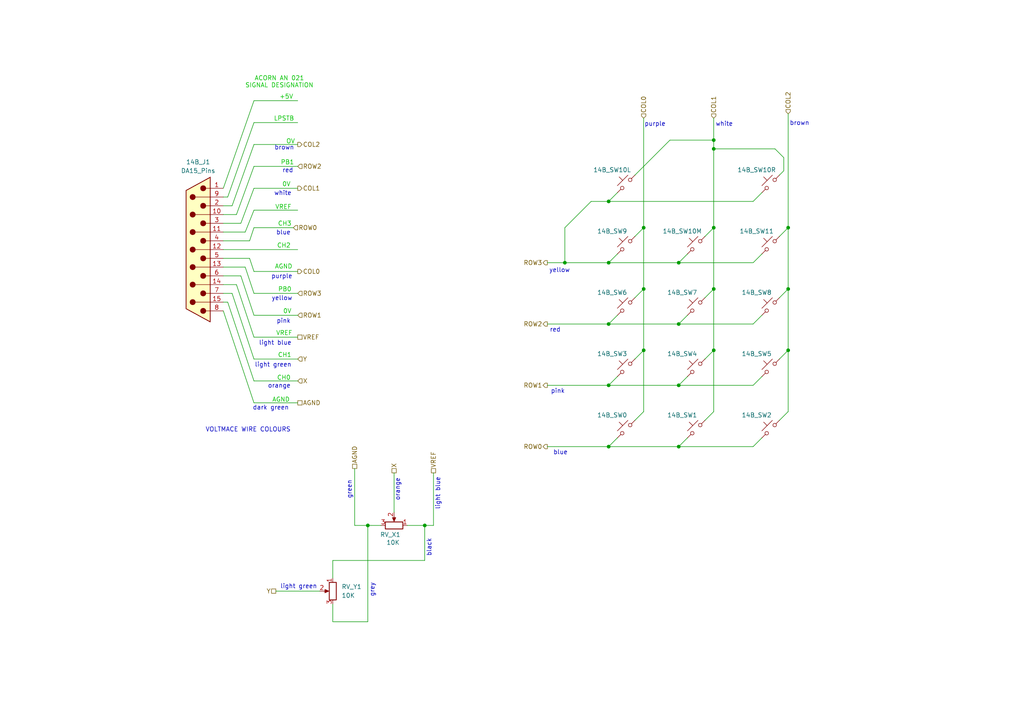
<source format=kicad_sch>
(kicad_sch (version 20250114) (generator "eeschema") (generator_version "9.0")
  (paper "A4")
  (lib_symbols
    (symbol "Connector:DA15_Pins" (pin_names (offset 1.016) (hide yes))
      (property "Reference" "J" (at 0.508 21.59 0))
      (property "Value" "DA15_Pins" (at 0 -22.225 0))
      (symbol "DA15_Pins_0_1"
        (polyline (pts (xy -3.81 17.78) (xy -2.54 17.78)))
        (polyline (pts (xy -3.81 15.24) (xy 0.508 15.24)))
        (polyline (pts (xy -3.81 12.7) (xy -2.54 12.7)))
        (polyline (pts (xy -3.81 10.16) (xy 0.508 10.16)))
        (polyline (pts (xy -3.81 7.62) (xy -2.54 7.62)))
        (polyline (pts (xy -3.81 5.08) (xy 0.508 5.08)))
        (polyline (pts (xy -3.81 2.54) (xy -2.54 2.54)))
        (polyline (pts (xy -3.81 0) (xy 0.508 0)))
        (polyline (pts (xy -3.81 -2.54) (xy -2.54 -2.54)))
        (polyline (pts (xy -3.81 -5.08) (xy 0.508 -5.08)))
        (polyline (pts (xy -3.81 -7.62) (xy -2.54 -7.62)))
        (polyline (pts (xy -3.81 -10.16) (xy 0.508 -10.16)))
        (polyline (pts (xy -3.81 -12.7) (xy -2.54 -12.7)))
        (polyline (pts (xy -3.81 -15.24) (xy 0.508 -15.24)))
        (polyline (pts (xy -3.81 -17.78) (xy -2.54 -17.78)))
        (polyline (pts (xy -3.81 -20.955) (xy 3.175 -17.145) (xy 3.175 17.145) (xy -3.81 20.955) (xy -3.81 -20.955)) (stroke (width 0.254)) (fill (type background)))
        (circle (center -1.778 17.78) (radius 0.762) (fill (type outline)))
        (circle (center -1.778 12.7) (radius 0.762) (fill (type outline)))
        (circle (center -1.778 7.62) (radius 0.762) (fill (type outline)))
        (circle (center -1.778 2.54) (radius 0.762) (fill (type outline)))
        (circle (center -1.778 -2.54) (radius 0.762) (fill (type outline)))
        (circle (center -1.778 -7.62) (radius 0.762) (fill (type outline)))
        (circle (center -1.778 -12.7) (radius 0.762) (fill (type outline)))
        (circle (center -1.778 -17.78) (radius 0.762) (fill (type outline)))
        (circle (center 1.27 15.24) (radius 0.762) (fill (type outline)))
        (circle (center 1.27 10.16) (radius 0.762) (fill (type outline)))
        (circle (center 1.27 5.08) (radius 0.762) (fill (type outline)))
        (circle (center 1.27 0) (radius 0.762) (fill (type outline)))
        (circle (center 1.27 -5.08) (radius 0.762) (fill (type outline)))
        (circle (center 1.27 -10.16) (radius 0.762) (fill (type outline)))
        (circle (center 1.27 -15.24) (radius 0.762) (fill (type outline)))
      )
      (symbol "DA15_Pins_1_1"
        (pin passive line (at -7.62 17.78 0) (length 3.81) (name "8") (number "8"))
        (pin passive line (at -7.62 15.24 0) (length 3.81) (name "P15") (number "15"))
        (pin passive line (at -7.62 12.7 0) (length 3.81) (name "7") (number "7"))
        (pin passive line (at -7.62 10.16 0) (length 3.81) (name "P14") (number "14"))
        (pin passive line (at -7.62 7.62 0) (length 3.81) (name "6") (number "6"))
        (pin passive line (at -7.62 5.08 0) (length 3.81) (name "P13") (number "13"))
        (pin passive line (at -7.62 2.54 0) (length 3.81) (name "5") (number "5"))
        (pin passive line (at -7.62 0 0) (length 3.81) (name "P12") (number "12"))
        (pin passive line (at -7.62 -2.54 0) (length 3.81) (name "4") (number "4"))
        (pin passive line (at -7.62 -5.08 0) (length 3.81) (name "P111") (number "11"))
        (pin passive line (at -7.62 -7.62 0) (length 3.81) (name "3") (number "3"))
        (pin passive line (at -7.62 -10.16 0) (length 3.81) (name "P10") (number "10"))
        (pin passive line (at -7.62 -12.7 0) (length 3.81) (name "2") (number "2"))
        (pin passive line (at -7.62 -15.24 0) (length 3.81) (name "P9") (number "9"))
        (pin passive line (at -7.62 -17.78 0) (length 3.81) (name "1") (number "1"))
      )
    )
    (symbol "Device:R_Potentiometer" (pin_names (offset 1.016) (hide yes))
      (property "Reference" "RV" (at -4.445 0 90))
      (property "Value" "R_Potentiometer" (at -2.54 0 90))
      (symbol "R_Potentiometer_0_1"
        (rectangle (start 1.016 2.54) (end -1.016 -2.54) (stroke (width 0.254)))
        (polyline (pts (xy 1.143 0) (xy 2.286 0.508) (xy 2.286 -0.508) (xy 1.143 0)) (fill (type outline)))
        (polyline (pts (xy 2.54 0) (xy 1.524 0)))
      )
      (symbol "R_Potentiometer_1_1"
        (pin passive line (at 0 3.81 270) (length 1.27) (name "1") (number "1"))
        (pin passive line (at 0 -3.81 90) (length 1.27) (name "3") (number "3"))
        (pin passive line (at 3.81 0 180) (length 1.27) (name "2") (number "2"))
      )
    )
    (symbol "Switch:SW_Push_45deg" (pin_numbers (hide yes)) (pin_names (offset 1.016) (hide yes))
      (property "Reference" "SW" (at 3.048 1.016 0))
      (property "Value" "SW_Push_45deg" (at 0 -3.81 0))
      (symbol "SW_Push_45deg_0_1"
        (polyline (pts (xy -2.54 2.54) (xy -1.524 1.524) (xy -1.524 1.524)))
        (circle (center -1.1684 1.1684) (radius 0.508))
        (polyline (pts (xy -0.508 2.54) (xy 2.54 -0.508)))
        (polyline (pts (xy 1.016 1.016) (xy 2.032 2.032)))
        (circle (center 1.143 -1.1938) (radius 0.508))
        (polyline (pts (xy 1.524 -1.524) (xy 2.54 -2.54) (xy 2.54 -2.54) (xy 2.54 -2.54)))
        (pin passive line (at -2.54 2.54 0) (length 0) (name "1") (number "1"))
        (pin passive line (at 2.54 -2.54 180) (length 0) (name "2") (number "2"))
      )
    )
  )
  (text "white" (at 210.058 36.068 0) (effects (font (size 1.27 1.27))))
  (text "OV" (at 85.598 41.148 0) (effects (font (size 1.27 1.27)) (justify right)))
  (text "0V" (at 84.328 53.594 0) (effects (font (size 1.27 1.27)) (justify right)))
  (text "AGND" (at 84.074 116.078 0) (effects (font (size 1.27 1.27)) (justify right)))
  (text "yellow" (at 162.306 78.486 0) (effects (font (size 1.27 1.27))))
  (text "yellow" (at 84.836 86.614 0) (effects (font (size 1.27 1.27)) (justify right)))
  (text "orange" (at 84.328 112.014 0) (effects (font (size 1.27 1.27)) (justify right)))
  (text "CH3" (at 84.582 65.024 0) (effects (font (size 1.27 1.27)) (justify right)))
  (text "white" (at 84.582 56.134 0) (effects (font (size 1.27 1.27)) (justify right)))
  (text "blue" (at 84.328 67.564 0) (effects (font (size 1.27 1.27)) (justify right)))
  (text "VOLTMACE WIRE COLOURS" (at 84.328 124.714 0) (effects (font (size 1.27 1.27)) (justify right)))
  (text "light blue" (at 84.582 99.568 0) (effects (font (size 1.27 1.27)) (justify right)))
  (text "pink" (at 161.798 113.538 0) (effects (font (size 1.27 1.27))))
  (text "black" (at 124.46 156.21 90) (effects (font (size 1.27 1.27)) (justify right)))
  (text "LPSTB" (at 85.344 34.544 0) (effects (font (size 1.27 1.27)) (justify right)))
  (text "AGND" (at 84.836 77.47 0) (effects (font (size 1.27 1.27)) (justify right)))
  (text "0V" (at 84.582 90.424 0) (effects (font (size 1.27 1.27)) (justify right)))
  (text "VREF" (at 84.582 60.198 0) (effects (font (size 1.27 1.27)) (justify right)))
  (text "ACORN AN 021\nSIGNAL DESIGNATION" (at 81.026 23.876 0) (effects (font (size 1.27 1.27))))
  (text "light blue" (at 127 138.43 90) (effects (font (size 1.27 1.27)) (justify right)))
  (text "red" (at 161.036 95.758 0) (effects (font (size 1.27 1.27))))
  (text "CH0" (at 84.328 109.728 0) (effects (font (size 1.27 1.27)) (justify right)))
  (text "+5V" (at 85.09 28.194 0) (effects (font (size 1.27 1.27)) (justify right)))
  (text "CH1" (at 84.582 103.124 0) (effects (font (size 1.27 1.27)) (justify right)))
  (text "light green" (at 84.582 105.918 0) (effects (font (size 1.27 1.27)) (justify right)))
  (text "PB0" (at 84.582 84.074 0) (effects (font (size 1.27 1.27)) (justify right)))
  (text "green" (at 101.346 144.78 90) (effects (font (size 1.27 1.27)) (justify left)))
  (text "light green" (at 81.28 170.18 0) (effects (font (size 1.27 1.27)) (justify left)))
  (text "purple" (at 189.992 36.068 0) (effects (font (size 1.27 1.27))))
  (text "dark green" (at 83.82 118.364 0) (effects (font (size 1.27 1.27)) (justify right)))
  (text "VREF" (at 84.836 96.774 0) (effects (font (size 1.27 1.27)) (justify right)))
  (text "PB1" (at 85.344 47.244 0) (effects (font (size 1.27 1.27)) (justify right)))
  (text "purple" (at 84.836 80.264 0) (effects (font (size 1.27 1.27)) (justify right)))
  (text "pink" (at 84.328 93.218 0) (effects (font (size 1.27 1.27)) (justify right)))
  (text "CH2" (at 84.328 71.374 0) (effects (font (size 1.27 1.27)) (justify right)))
  (text "brown" (at 231.902 35.814 0) (effects (font (size 1.27 1.27))))
  (text "red" (at 85.09 49.53 0) (effects (font (size 1.27 1.27)) (justify right)))
  (text "orange" (at 115.316 138.684 90) (effects (font (size 1.27 1.27)) (justify right)))
  (text "grey" (at 107.95 173.228 90) (effects (font (size 1.27 1.27)) (justify left)))
  (text "blue" (at 162.56 131.318 0) (effects (font (size 1.27 1.27))))
  (text "brown" (at 85.344 42.926 0) (effects (font (size 1.27 1.27)) (justify right)))
  (junction (at 186.69 83.82))
  (junction (at 176.53 76.2))
  (junction (at 207.01 66.04))
  (junction (at 106.68 152.4))
  (junction (at 207.01 83.82))
  (junction (at 186.69 66.04))
  (junction (at 196.85 93.98))
  (junction (at 228.6 83.82))
  (junction (at 207.01 43.18))
  (junction (at 196.85 76.2))
  (junction (at 176.53 111.76))
  (junction (at 196.85 129.54))
  (junction (at 176.53 93.98))
  (junction (at 123.19 152.4))
  (junction (at 163.83 76.2))
  (junction (at 228.6 101.6))
  (junction (at 196.85 111.76))
  (junction (at 176.53 129.54))
  (junction (at 186.69 101.6))
  (junction (at 176.53 58.42))
  (junction (at 207.01 101.6))
  (junction (at 228.6 66.04))
  (junction (at 207.01 40.64))
  (wire (pts (xy 73.66 48.26) (xy 86.36 48.26)))
  (wire (pts (xy 163.83 76.2) (xy 176.53 76.2)))
  (wire (pts (xy 68.58 82.55) (xy 73.66 97.79)))
  (wire (pts (xy 171.45 58.42) (xy 176.53 58.42)))
  (wire (pts (xy 73.66 85.09) (xy 86.36 85.09)))
  (wire (pts (xy 220.98 109.22) (xy 218.44 111.76)))
  (wire (pts (xy 207.01 40.64) (xy 207.01 43.18)))
  (wire (pts (xy 199.39 73.66) (xy 196.85 76.2)))
  (wire (pts (xy 207.01 83.82) (xy 207.01 101.6)))
  (wire (pts (xy 228.6 33.02) (xy 228.6 66.04)))
  (wire (pts (xy 220.98 127) (xy 218.44 129.54)))
  (wire (pts (xy 196.85 111.76) (xy 218.44 111.76)))
  (wire (pts (xy 73.66 60.96) (xy 86.36 60.96)))
  (wire (pts (xy 96.52 162.56) (xy 123.19 162.56)))
  (wire (pts (xy 179.07 127) (xy 176.53 129.54)))
  (wire (pts (xy 228.6 66.04) (xy 228.6 83.82)))
  (wire (pts (xy 73.66 116.84) (xy 86.36 116.84)))
  (wire (pts (xy 102.87 135.89) (xy 102.87 152.4)))
  (wire (pts (xy 196.85 76.2) (xy 218.44 76.2)))
  (wire (pts (xy 207.01 43.18) (xy 224.79 43.18)))
  (wire (pts (xy 73.66 97.79) (xy 86.36 97.79)))
  (wire (pts (xy 106.68 152.4) (xy 102.87 152.4)))
  (wire (pts (xy 69.85 80.01) (xy 73.66 91.44)))
  (wire (pts (xy 64.77 85.09) (xy 67.31 85.09)))
  (wire (pts (xy 179.07 55.88) (xy 176.53 58.42)))
  (wire (pts (xy 110.49 152.4) (xy 106.68 152.4)))
  (wire (pts (xy 227.33 45.72) (xy 224.79 43.18)))
  (wire (pts (xy 176.53 58.42) (xy 218.44 58.42)))
  (wire (pts (xy 184.15 121.92) (xy 186.69 119.38)))
  (wire (pts (xy 207.01 101.6) (xy 207.01 119.38)))
  (wire (pts (xy 179.07 73.66) (xy 176.53 76.2)))
  (wire (pts (xy 125.73 152.4) (xy 123.19 152.4)))
  (wire (pts (xy 184.15 68.58) (xy 186.69 66.04)))
  (wire (pts (xy 64.77 54.61) (xy 73.66 29.21)))
  (wire (pts (xy 184.15 86.36) (xy 186.69 83.82)))
  (wire (pts (xy 80.01 171.45) (xy 92.71 171.45)))
  (wire (pts (xy 64.77 72.39) (xy 86.36 72.39)))
  (wire (pts (xy 68.58 62.23) (xy 73.66 48.26)))
  (wire (pts (xy 73.66 29.21) (xy 86.36 29.21)))
  (wire (pts (xy 226.06 68.58) (xy 228.6 66.04)))
  (wire (pts (xy 106.68 152.4) (xy 106.68 180.34)))
  (wire (pts (xy 176.53 76.2) (xy 196.85 76.2)))
  (wire (pts (xy 226.06 104.14) (xy 228.6 101.6)))
  (wire (pts (xy 220.98 73.66) (xy 218.44 76.2)))
  (wire (pts (xy 64.77 74.93) (xy 72.39 74.93)))
  (wire (pts (xy 64.77 80.01) (xy 69.85 80.01)))
  (wire (pts (xy 171.45 58.42) (xy 163.83 66.04)))
  (wire (pts (xy 73.66 41.91) (xy 86.36 41.91)))
  (wire (pts (xy 67.31 85.09) (xy 73.66 104.14)))
  (wire (pts (xy 163.83 66.04) (xy 163.83 76.2)))
  (wire (pts (xy 64.77 59.69) (xy 67.31 59.69)))
  (wire (pts (xy 71.12 77.47) (xy 73.66 85.09)))
  (wire (pts (xy 64.77 62.23) (xy 68.58 62.23)))
  (wire (pts (xy 196.85 93.98) (xy 218.44 93.98)))
  (wire (pts (xy 199.39 127) (xy 196.85 129.54)))
  (wire (pts (xy 220.98 55.88) (xy 218.44 58.42)))
  (wire (pts (xy 123.19 152.4) (xy 123.19 162.56)))
  (wire (pts (xy 96.52 175.26) (xy 96.52 180.34)))
  (wire (pts (xy 64.77 87.63) (xy 66.04 87.63)))
  (wire (pts (xy 72.39 69.85) (xy 73.66 66.04)))
  (wire (pts (xy 207.01 66.04) (xy 207.01 83.82)))
  (wire (pts (xy 73.66 104.14) (xy 86.36 104.14)))
  (wire (pts (xy 64.77 67.31) (xy 71.12 67.31)))
  (wire (pts (xy 114.3 137.16) (xy 114.3 148.59)))
  (wire (pts (xy 64.77 90.17) (xy 73.66 116.84)))
  (wire (pts (xy 125.73 137.16) (xy 125.73 152.4)))
  (wire (pts (xy 226.06 121.92) (xy 228.6 119.38)))
  (wire (pts (xy 123.19 152.4) (xy 118.11 152.4)))
  (wire (pts (xy 196.85 129.54) (xy 218.44 129.54)))
  (wire (pts (xy 199.39 91.44) (xy 196.85 93.98)))
  (wire (pts (xy 73.66 66.04) (xy 85.09 66.04)))
  (wire (pts (xy 69.85 64.77) (xy 73.66 54.61)))
  (wire (pts (xy 64.77 69.85) (xy 72.39 69.85)))
  (wire (pts (xy 227.33 45.72) (xy 227.33 49.53)))
  (wire (pts (xy 64.77 77.47) (xy 71.12 77.47)))
  (wire (pts (xy 96.52 162.56) (xy 96.52 167.64)))
  (wire (pts (xy 207.01 43.18) (xy 207.01 66.04)))
  (wire (pts (xy 207.01 34.29) (xy 207.01 40.64)))
  (wire (pts (xy 204.47 121.92) (xy 207.01 119.38)))
  (wire (pts (xy 228.6 101.6) (xy 228.6 119.38)))
  (wire (pts (xy 179.07 91.44) (xy 176.53 93.98)))
  (wire (pts (xy 73.66 54.61) (xy 86.36 54.61)))
  (wire (pts (xy 64.77 64.77) (xy 69.85 64.77)))
  (wire (pts (xy 64.77 82.55) (xy 68.58 82.55)))
  (wire (pts (xy 64.77 57.15) (xy 66.04 57.15)))
  (wire (pts (xy 73.66 91.44) (xy 86.36 91.44)))
  (wire (pts (xy 176.53 111.76) (xy 196.85 111.76)))
  (wire (pts (xy 226.06 86.36) (xy 228.6 83.82)))
  (wire (pts (xy 73.66 78.74) (xy 86.36 78.74)))
  (wire (pts (xy 158.75 76.2) (xy 163.83 76.2)))
  (wire (pts (xy 184.15 104.14) (xy 186.69 101.6)))
  (wire (pts (xy 158.75 111.76) (xy 176.53 111.76)))
  (wire (pts (xy 204.47 104.14) (xy 207.01 101.6)))
  (wire (pts (xy 228.6 83.82) (xy 228.6 101.6)))
  (wire (pts (xy 186.69 83.82) (xy 186.69 101.6)))
  (wire (pts (xy 72.39 74.93) (xy 73.66 78.74)))
  (wire (pts (xy 204.47 68.58) (xy 207.01 66.04)))
  (wire (pts (xy 186.69 66.04) (xy 186.69 83.82)))
  (wire (pts (xy 96.52 180.34) (xy 106.68 180.34)))
  (wire (pts (xy 158.75 93.98) (xy 176.53 93.98)))
  (wire (pts (xy 186.69 101.6) (xy 186.69 119.38)))
  (wire (pts (xy 199.39 109.22) (xy 196.85 111.76)))
  (wire (pts (xy 71.12 67.31) (xy 73.66 60.96)))
  (wire (pts (xy 66.04 87.63) (xy 73.66 110.49)))
  (wire (pts (xy 194.31 40.64) (xy 207.01 40.64)))
  (wire (pts (xy 176.53 129.54) (xy 196.85 129.54)))
  (wire (pts (xy 186.69 34.29) (xy 186.69 66.04)))
  (wire (pts (xy 226.06 50.8) (xy 227.33 49.53)))
  (wire (pts (xy 184.15 50.8) (xy 194.31 40.64)))
  (wire (pts (xy 66.04 57.15) (xy 73.66 35.56)))
  (wire (pts (xy 158.75 129.54) (xy 176.53 129.54)))
  (wire (pts (xy 204.47 86.36) (xy 207.01 83.82)))
  (wire (pts (xy 176.53 93.98) (xy 196.85 93.98)))
  (wire (pts (xy 220.98 91.44) (xy 218.44 93.98)))
  (wire (pts (xy 179.07 109.22) (xy 176.53 111.76)))
  (wire (pts (xy 73.66 110.49) (xy 86.36 110.49)))
  (wire (pts (xy 67.31 59.69) (xy 73.66 41.91)))
  (wire (pts (xy 73.66 35.56) (xy 86.36 35.56)))
  (hierarchical_label "AGND" (shape passive) (at 102.87 135.89 90))
  (hierarchical_label "ROW2" (shape output) (at 158.75 93.98 180))
  (hierarchical_label "ROW3" (shape output) (at 158.75 76.2 180))
  (hierarchical_label "Y" (shape passive) (at 80.01 171.45 180))
  (hierarchical_label "VREF" (shape passive) (at 125.73 137.16 90))
  (hierarchical_label "COL0" (shape output) (at 86.36 78.74 0))
  (hierarchical_label "ROW1" (shape input) (at 86.36 91.44 0))
  (hierarchical_label "X" (shape passive) (at 114.3 137.16 90))
  (hierarchical_label "COL2" (shape input) (at 228.6 33.02 90))
  (hierarchical_label "AGND" (shape passive) (at 86.36 116.84 0))
  (hierarchical_label "ROW3" (shape input) (at 86.36 85.09 0))
  (hierarchical_label "COL0" (shape input) (at 186.69 34.29 90))
  (hierarchical_label "ROW1" (shape output) (at 158.75 111.76 180))
  (hierarchical_label "X" (shape input) (at 86.36 110.49 0))
  (hierarchical_label "Y" (shape input) (at 86.36 104.14 0))
  (hierarchical_label "COL1" (shape input) (at 207.01 34.29 90))
  (hierarchical_label "COL2" (shape output) (at 86.36 41.91 0))
  (hierarchical_label "VREF" (shape passive) (at 86.36 97.79 0))
  (hierarchical_label "COL1" (shape output) (at 86.36 54.61 0))
  (hierarchical_label "ROW0" (shape output) (at 158.75 129.54 180))
  (hierarchical_label "ROW0" (shape input) (at 85.09 66.04 0))
  (hierarchical_label "ROW2" (shape input) (at 86.36 48.26 0))
  (symbol (lib_id "Switch:SW_Push_45deg") (at 223.52 106.68 0) (mirror y) (unit 1)
    (property "Reference" "14B_SW5" (at 219.456 102.616 0))
    (property "Value" "SW_Push_45deg" (effects (hide yes)))
    (property "Description" "Push button switch, normally open, two pins, 45° tilted" (effects (hide yes)))
  )
  (symbol (lib_id "Switch:SW_Push_45deg") (at 181.61 53.34 0) (mirror y) (unit 1)
    (property "Reference" "14B_SW10L" (at 177.546 49.276 0))
    (property "Value" "SW_Push_45deg" (effects (hide yes)))
    (property "Description" "Push button switch, normally open, two pins, 45° tilted" (effects (hide yes)))
  )
  (symbol (lib_id "Switch:SW_Push_45deg") (at 181.61 106.68 0) (mirror y) (unit 1)
    (property "Reference" "14B_SW3" (at 177.546 102.616 0))
    (property "Value" "SW_Push_45deg" (effects (hide yes)))
    (property "Description" "Push button switch, normally open, two pins, 45° tilted" (effects (hide yes)))
  )
  (symbol (lib_id "Switch:SW_Push_45deg") (at 223.52 124.46 0) (mirror y) (unit 1)
    (property "Reference" "14B_SW2" (at 219.456 120.396 0))
    (property "Value" "SW_Push_45deg" (effects (hide yes)))
    (property "Description" "Push button switch, normally open, two pins, 45° tilted" (effects (hide yes)))
  )
  (symbol (lib_id "Switch:SW_Push_45deg") (at 181.61 88.9 0) (mirror y) (unit 1)
    (property "Reference" "14B_SW6" (at 177.546 84.836 0))
    (property "Value" "SW_Push_45deg" (effects (hide yes)))
    (property "Description" "Push button switch, normally open, two pins, 45° tilted" (effects (hide yes)))
  )
  (symbol (lib_id "Switch:SW_Push_45deg") (at 223.52 71.12 0) (mirror y) (unit 1)
    (property "Reference" "14B_SW11" (at 219.456 67.056 0))
    (property "Value" "SW_Push_45deg" (effects (hide yes)))
    (property "Description" "Push button switch, normally open, two pins, 45° tilted" (effects (hide yes)))
  )
  (symbol (lib_id "Switch:SW_Push_45deg") (at 201.93 71.12 0) (mirror y) (unit 1)
    (property "Reference" "14B_SW10M" (at 197.866 67.056 0))
    (property "Value" "SW_Push_45deg" (effects (hide yes)))
    (property "Description" "Push button switch, normally open, two pins, 45° tilted" (effects (hide yes)))
  )
  (symbol (lib_id "Switch:SW_Push_45deg") (at 181.61 71.12 0) (mirror y) (unit 1)
    (property "Reference" "14B_SW9" (at 177.546 67.056 0))
    (property "Value" "SW_Push_45deg" (effects (hide yes)))
    (property "Description" "Push button switch, normally open, two pins, 45° tilted" (effects (hide yes)))
  )
  (symbol (lib_id "Device:R_Potentiometer") (at 96.52 171.45 0) (mirror y) (unit 1)
    (property "Reference" "RV_Y1" (at 99.06 170.1799 0) (effects (justify right)))
    (property "Value" "10K" (at 99.06 172.7199 0) (effects (justify right)))
    (property "Description" "Potentiometer" (effects (hide yes)))
  )
  (symbol (lib_id "Switch:SW_Push_45deg") (at 223.52 53.34 0) (mirror y) (unit 1)
    (property "Reference" "14B_SW10R" (at 219.456 49.276 0))
    (property "Value" "SW_Push_45deg" (effects (hide yes)))
    (property "Description" "Push button switch, normally open, two pins, 45° tilted" (effects (hide yes)))
  )
  (symbol (lib_id "Switch:SW_Push_45deg") (at 181.61 124.46 0) (mirror y) (unit 1)
    (property "Reference" "14B_SW0" (at 177.546 120.396 0))
    (property "Value" "SW_Push_45deg" (effects (hide yes)))
    (property "Description" "Push button switch, normally open, two pins, 45° tilted" (effects (hide yes)))
  )
  (symbol (lib_id "Switch:SW_Push_45deg") (at 201.93 124.46 0) (mirror y) (unit 1)
    (property "Reference" "14B_SW1" (at 197.866 120.396 0))
    (property "Value" "SW_Push_45deg" (effects (hide yes)))
    (property "Description" "Push button switch, normally open, two pins, 45° tilted" (effects (hide yes)))
  )
  (symbol (lib_id "Switch:SW_Push_45deg") (at 201.93 88.9 0) (mirror y) (unit 1)
    (property "Reference" "14B_SW7" (at 197.866 84.836 0))
    (property "Value" "SW_Push_45deg" (effects (hide yes)))
    (property "Description" "Push button switch, normally open, two pins, 45° tilted" (effects (hide yes)))
  )
  (symbol (lib_id "Switch:SW_Push_45deg") (at 223.52 88.9 0) (mirror y) (unit 1)
    (property "Reference" "14B_SW8" (at 219.456 84.836 0))
    (property "Value" "SW_Push_45deg" (effects (hide yes)))
    (property "Description" "Push button switch, normally open, two pins, 45° tilted" (effects (hide yes)))
  )
  (symbol (lib_id "Connector:DA15_Pins") (at 57.15 72.39 180) (unit 1)
    (property "Reference" "14B_J1" (at 57.4675 46.99 0))
    (property "Value" "DA15_Pins" (at 57.4675 49.53 0))
    (property "Description" "15-pin D-SUB connector, pins (male) (low-density/2 columns)" (effects (hide yes)))
  )
  (symbol (lib_id "Device:R_Potentiometer") (at 114.3 152.4 270) (mirror x) (unit 1)
    (property "Reference" "RV_X1" (at 116.205 155.067 90) (effects (justify right)))
    (property "Value" "10K" (at 115.951 157.353 90) (effects (justify right)))
    (property "Description" "Potentiometer" (effects (hide yes)))
  )
  (symbol (lib_id "Switch:SW_Push_45deg") (at 201.93 106.68 0) (mirror y) (unit 1)
    (property "Reference" "14B_SW4" (at 197.866 102.616 0))
    (property "Value" "SW_Push_45deg" (effects (hide yes)))
    (property "Description" "Push button switch, normally open, two pins, 45° tilted" (effects (hide yes)))
  )
)
</source>
